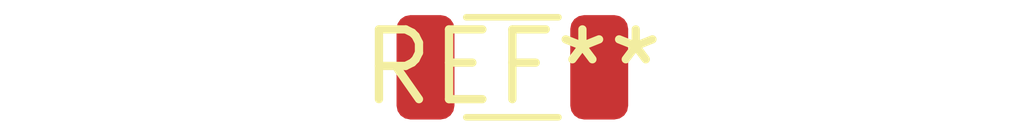
<source format=kicad_pcb>
(kicad_pcb (version 20240108) (generator pcbnew)
  (layers (0 "F.Cu" signal) (31 "B.Cu" signal) (34 "B.Paste" user) (35 "F.Paste" user) (36 "B.SilkS" user "B.Silkscreen") (37 "F.SilkS" user "F.Silkscreen") (38 "B.Mask" user) (39 "F.Mask" user) (44 "Edge.Cuts" user))
  (net 0 "")
  (footprint "L_1206_3216Metric" (layer "F.Cu") (at 0 0)
    (property "Reference" "REF**")
    (property "Value" "L_1206_3216Metric")
    (fp_line (start -0.835242 -0.91) (end 0.835242 -0.91) (layer "F.SilkS") (stroke (width 0.12)))
    (fp_line (start -0.835242 0.91) (end 0.835242 0.91) (layer "F.SilkS") (stroke (width 0.12)))
    (pad "1" smd roundrect (at -1.575 0) (size 1.05 1.9) (layers "F.Cu" "F.Paste" "F.Mask") (roundrect_rratio 0.238095))
    (pad "2" smd roundrect (at 1.575 0) (size 1.05 1.9) (layers "F.Cu" "F.Paste" "F.Mask") (roundrect_rratio 0.238095))
  )
)
</source>
